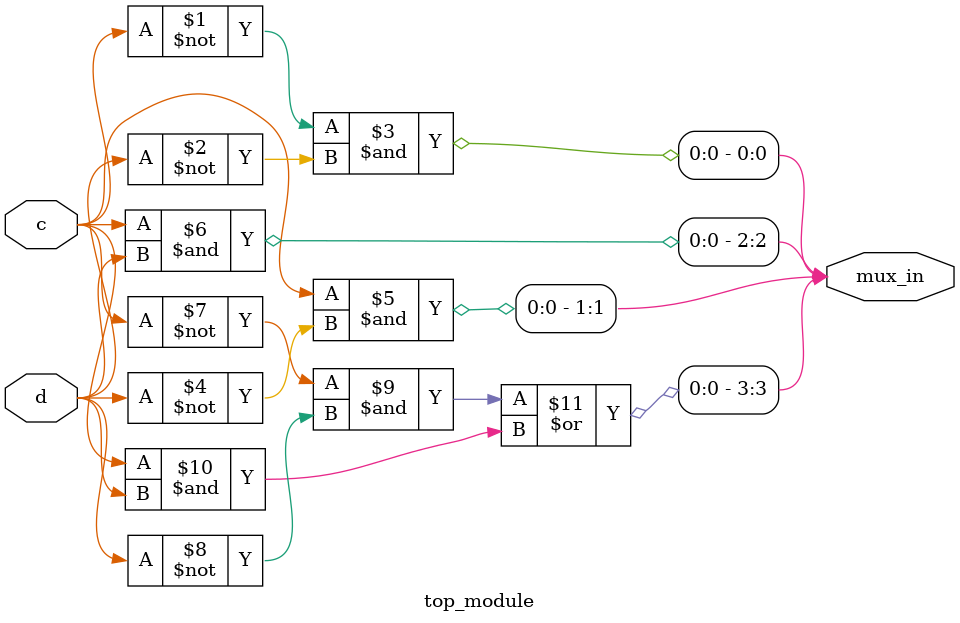
<source format=sv>
module top_module (
    input c,
    input d,
    output [3:0] mux_in
);

    assign mux_in[0] = (~c & ~d); // 1 when (c,d) = (0,0)
    assign mux_in[1] = (c & ~d);  // 1 when (c,d) = (1,0)
    assign mux_in[2] = (c & d);   // 1 when (c,d) = (1,1)
    assign mux_in[3] = (~c & ~d) | (c & d); // 1 when (c,d) = (0,0), (1,1)

endmodule

</source>
